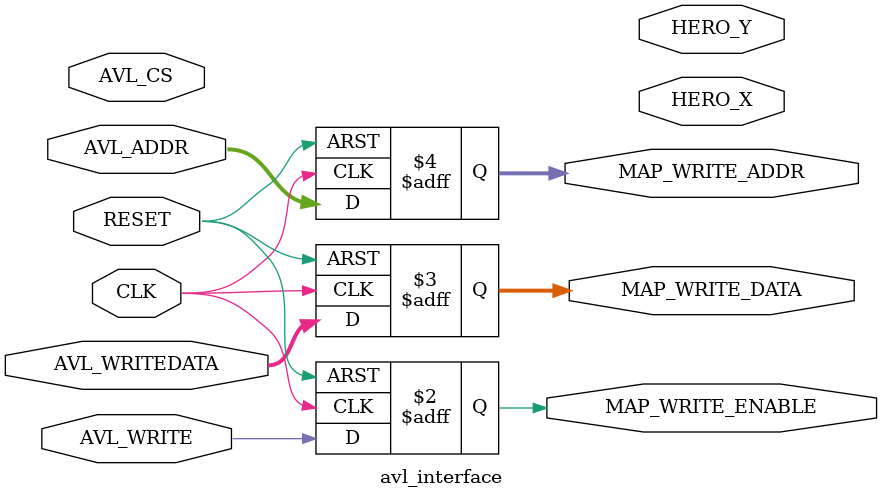
<source format=sv>
module avl_interface (
    // Avalon Clock Input
    input logic CLK,

    // Avalon Reset Input
    input logic RESET,

    // Avalon-MM Slave Signals
    input logic       AVL_WRITE,     // Avalon-MM Write
    input logic       AVL_CS,        // Avalon-MM Chip Select
    input logic [7:0] AVL_ADDR,      // Avalon-MM Address
    input logic [7:0] AVL_WRITEDATA, // Avalon-MM Write Data

    // passthrough
    output logic       MAP_WRITE_ENABLE,
    output logic [7:0] MAP_WRITE_DATA,
    output logic [7:0] MAP_WRITE_ADDR,

    // HERO related
    output logic [7:0] HERO_X, HERO_Y
);

    always_ff @(posedge CLK or posedge RESET) begin
        if (RESET) begin
            MAP_WRITE_ADDR   <= 8'b00000000;
            MAP_WRITE_DATA   <= 8'b00000000;
            MAP_WRITE_ENABLE <= 1'b0;
        end else begin
            MAP_WRITE_ADDR   <= AVL_ADDR;
            MAP_WRITE_DATA   <= AVL_WRITEDATA;
            MAP_WRITE_ENABLE <= AVL_WRITE;
        end
    end
endmodule

</source>
